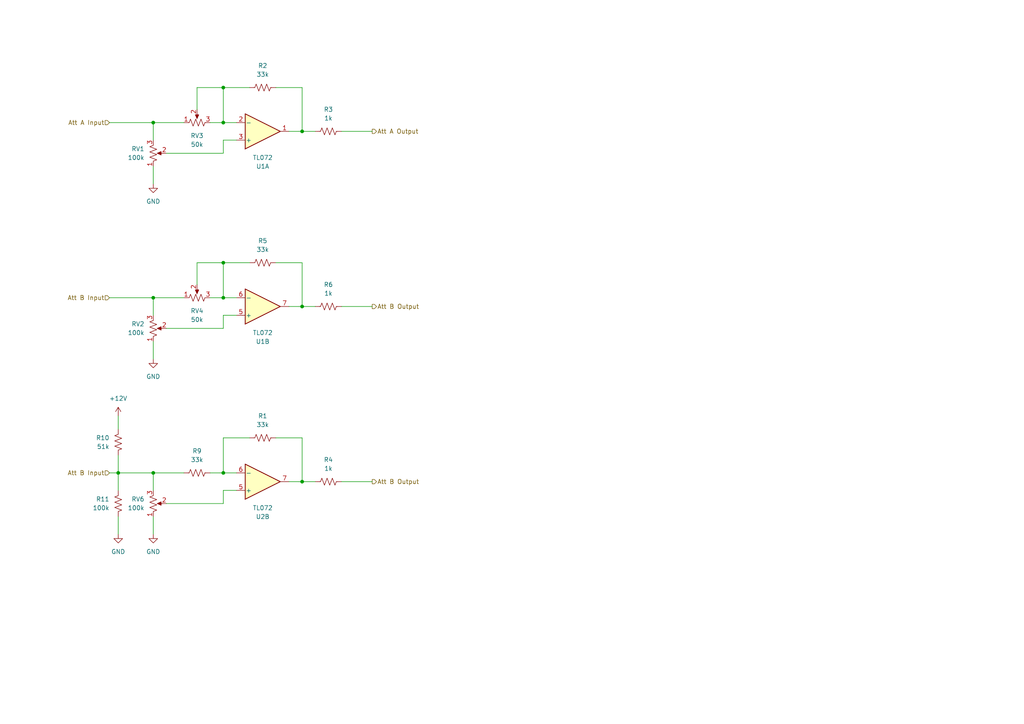
<source format=kicad_sch>
(kicad_sch (version 20231120) (generator "eeschema") (generator_version "8.0")
  (paper "A4")
  (title_block (company "DMH Instruments") (comment 1 "PCB for 5 cm Kosmo format synthesizer module"))
  (lib_symbols
    (symbol "Amplifier_Operational:TL072" (pin_names (offset 0.127))
      (property "Reference" "U" (at 0 5.08 0))
      (property "Value" "TL072" (at 0 -5.08 0))
      (symbol "TL072_1_1"
        (polyline (pts (xy -5.08 5.08) (xy 5.08 0) (xy -5.08 -5.08) (xy -5.08 5.08)) (stroke (width 0.254)) (fill (type background)))
        (pin output line (at 7.62 0 180) (length 2.54) (name "~") (number "1"))
        (pin input line (at -7.62 -2.54 0) (length 2.54) (name "-") (number "2"))
        (pin input line (at -7.62 2.54 0) (length 2.54) (name "+") (number "3"))
      )
      (symbol "TL072_2_1"
        (polyline (pts (xy -5.08 5.08) (xy 5.08 0) (xy -5.08 -5.08) (xy -5.08 5.08)) (stroke (width 0.254)) (fill (type background)))
        (pin input line (at -7.62 2.54 0) (length 2.54) (name "+") (number "5"))
        (pin input line (at -7.62 -2.54 0) (length 2.54) (name "-") (number "6"))
        (pin output line (at 7.62 0 180) (length 2.54) (name "~") (number "7"))
      )
      (symbol "TL072_3_1"
        (pin power_in line (at -2.54 -7.62 90) (length 3.81) (name "V-") (number "4"))
        (pin power_in line (at -2.54 7.62 270) (length 3.81) (name "V+") (number "8"))
      )
    )
    (symbol "Device:R_Potentiometer_US" (pin_names (offset 1.016) hide)
      (property "Reference" "RV" (at -4.445 0 90))
      (property "Value" "R_Potentiometer_US" (at -2.54 0 90))
      (symbol "R_Potentiometer_US_0_1"
        (polyline (pts (xy 0 -2.286) (xy 0 -2.54)))
        (polyline (pts (xy 0 2.54) (xy 0 2.286)))
        (polyline (pts (xy 2.54 0) (xy 1.524 0)))
        (polyline (pts (xy 1.143 0) (xy 2.286 0.508) (xy 2.286 -0.508) (xy 1.143 0)) (fill (type outline)))
        (polyline (pts (xy 0 -0.762) (xy 1.016 -1.143) (xy 0 -1.524) (xy -1.016 -1.905) (xy 0 -2.286)))
        (polyline (pts (xy 0 0.762) (xy 1.016 0.381) (xy 0 0) (xy -1.016 -0.381) (xy 0 -0.762)))
        (polyline (pts (xy 0 2.286) (xy 1.016 1.905) (xy 0 1.524) (xy -1.016 1.143) (xy 0 0.762)))
      )
      (symbol "R_Potentiometer_US_1_1"
        (pin passive line (at 0 3.81 270) (length 1.27) (name "1") (number "1"))
        (pin passive line (at 3.81 0 180) (length 1.27) (name "2") (number "2"))
        (pin passive line (at 0 -3.81 90) (length 1.27) (name "3") (number "3"))
      )
    )
    (symbol "Device:R_US" (pin_numbers hide) (pin_names (offset 0))
      (property "Reference" "R" (at 2.54 0 90))
      (property "Value" "R_US" (at -2.54 0 90))
      (symbol "R_US_0_1"
        (polyline (pts (xy 0 -2.286) (xy 0 -2.54)))
        (polyline (pts (xy 0 2.286) (xy 0 2.54)))
        (polyline (pts (xy 0 -0.762) (xy 1.016 -1.143) (xy 0 -1.524) (xy -1.016 -1.905) (xy 0 -2.286)))
        (polyline (pts (xy 0 0.762) (xy 1.016 0.381) (xy 0 0) (xy -1.016 -0.381) (xy 0 -0.762)))
        (polyline (pts (xy 0 2.286) (xy 1.016 1.905) (xy 0 1.524) (xy -1.016 1.143) (xy 0 0.762)))
      )
      (symbol "R_US_1_1"
        (pin passive line (at 0 3.81 270) (length 1.27) (name "~") (number "1"))
        (pin passive line (at 0 -3.81 90) (length 1.27) (name "~") (number "2"))
      )
    )
    (symbol "power:+12V" (power) (pin_numbers hide) (pin_names (offset 0) hide)
      (property "Value" "+12V" (at 0 3.556 0))
      (symbol "+12V_0_1"
        (polyline (pts (xy -0.762 1.27) (xy 0 2.54)))
        (polyline (pts (xy 0 0) (xy 0 2.54)))
        (polyline (pts (xy 0 2.54) (xy 0.762 1.27)))
      )
      (symbol "+12V_1_1"
        (pin power_in line (at 0 0 90) (length 0) (name "~") (number "1"))
      )
    )
    (symbol "power:GND" (power) (pin_numbers hide) (pin_names (offset 0) hide)
      (property "Value" "GND" (at 0 -3.81 0))
      (symbol "GND_0_1"
        (polyline (pts (xy 0 0) (xy 0 -1.27) (xy 1.27 -1.27) (xy 0 -2.54) (xy -1.27 -1.27) (xy 0 -1.27)))
      )
      (symbol "GND_1_1"
        (pin power_in line (at 0 0 270) (length 0) (name "~") (number "1"))
      )
    )
  )
  (junction (at 64.77 25.4))
  (junction (at 64.77 35.56))
  (junction (at 64.77 86.36))
  (junction (at 87.63 88.9))
  (junction (at 87.63 38.1))
  (junction (at 64.77 137.16))
  (junction (at 34.29 137.16))
  (junction (at 64.77 76.2))
  (junction (at 44.45 137.16))
  (junction (at 44.45 35.56))
  (junction (at 87.63 139.7))
  (junction (at 44.45 86.36))
  (wire (pts (xy 64.77 127) (xy 64.77 137.16)))
  (wire (pts (xy 31.75 137.16) (xy 34.29 137.16)))
  (wire (pts (xy 60.96 86.36) (xy 64.77 86.36)))
  (wire (pts (xy 34.29 149.86) (xy 34.29 154.94)))
  (wire (pts (xy 44.45 149.86) (xy 44.45 154.94)))
  (wire (pts (xy 87.63 88.9) (xy 91.44 88.9)))
  (wire (pts (xy 44.45 137.16) (xy 53.34 137.16)))
  (wire (pts (xy 80.01 76.2) (xy 87.63 76.2)))
  (wire (pts (xy 60.96 137.16) (xy 64.77 137.16)))
  (wire (pts (xy 64.77 91.44) (xy 68.58 91.44)))
  (wire (pts (xy 87.63 139.7) (xy 91.44 139.7)))
  (wire (pts (xy 99.06 139.7) (xy 107.95 139.7)))
  (wire (pts (xy 31.75 35.56) (xy 44.45 35.56)))
  (wire (pts (xy 87.63 38.1) (xy 83.82 38.1)))
  (wire (pts (xy 44.45 35.56) (xy 53.34 35.56)))
  (wire (pts (xy 99.06 88.9) (xy 107.95 88.9)))
  (wire (pts (xy 72.39 76.2) (xy 64.77 76.2)))
  (wire (pts (xy 87.63 25.4) (xy 87.63 38.1)))
  (wire (pts (xy 57.15 76.2) (xy 64.77 76.2)))
  (wire (pts (xy 64.77 95.25) (xy 64.77 91.44)))
  (wire (pts (xy 64.77 86.36) (xy 68.58 86.36)))
  (wire (pts (xy 44.45 86.36) (xy 53.34 86.36)))
  (wire (pts (xy 57.15 25.4) (xy 64.77 25.4)))
  (wire (pts (xy 34.29 137.16) (xy 44.45 137.16)))
  (wire (pts (xy 64.77 44.45) (xy 64.77 40.64)))
  (wire (pts (xy 44.45 48.26) (xy 44.45 53.34)))
  (wire (pts (xy 60.96 35.56) (xy 64.77 35.56)))
  (wire (pts (xy 64.77 40.64) (xy 68.58 40.64)))
  (wire (pts (xy 34.29 120.65) (xy 34.29 124.46)))
  (wire (pts (xy 80.01 25.4) (xy 87.63 25.4)))
  (wire (pts (xy 48.26 95.25) (xy 64.77 95.25)))
  (wire (pts (xy 87.63 127) (xy 87.63 139.7)))
  (wire (pts (xy 72.39 127) (xy 64.77 127)))
  (wire (pts (xy 44.45 142.24) (xy 44.45 137.16)))
  (wire (pts (xy 87.63 76.2) (xy 87.63 88.9)))
  (wire (pts (xy 64.77 142.24) (xy 68.58 142.24)))
  (wire (pts (xy 99.06 38.1) (xy 107.95 38.1)))
  (wire (pts (xy 64.77 25.4) (xy 64.77 35.56)))
  (wire (pts (xy 57.15 82.55) (xy 57.15 76.2)))
  (wire (pts (xy 87.63 88.9) (xy 83.82 88.9)))
  (wire (pts (xy 57.15 31.75) (xy 57.15 25.4)))
  (wire (pts (xy 31.75 86.36) (xy 44.45 86.36)))
  (wire (pts (xy 48.26 44.45) (xy 64.77 44.45)))
  (wire (pts (xy 72.39 25.4) (xy 64.77 25.4)))
  (wire (pts (xy 80.01 127) (xy 87.63 127)))
  (wire (pts (xy 44.45 40.64) (xy 44.45 35.56)))
  (wire (pts (xy 34.29 137.16) (xy 34.29 142.24)))
  (wire (pts (xy 87.63 139.7) (xy 83.82 139.7)))
  (wire (pts (xy 64.77 76.2) (xy 64.77 86.36)))
  (wire (pts (xy 64.77 35.56) (xy 68.58 35.56)))
  (wire (pts (xy 87.63 38.1) (xy 91.44 38.1)))
  (wire (pts (xy 64.77 137.16) (xy 68.58 137.16)))
  (wire (pts (xy 48.26 146.05) (xy 64.77 146.05)))
  (wire (pts (xy 44.45 99.06) (xy 44.45 104.14)))
  (wire (pts (xy 64.77 146.05) (xy 64.77 142.24)))
  (wire (pts (xy 34.29 132.08) (xy 34.29 137.16)))
  (wire (pts (xy 44.45 91.44) (xy 44.45 86.36)))
  (hierarchical_label "Att A Input" (shape input) (at 31.75 35.56 180))
  (hierarchical_label "Att B Output" (shape output) (at 107.95 88.9 0))
  (hierarchical_label "Att B Input" (shape input) (at 31.75 86.36 180))
  (hierarchical_label "Att B Output" (shape output) (at 107.95 139.7 0))
  (hierarchical_label "Att A Output" (shape output) (at 107.95 38.1 0))
  (hierarchical_label "Att B Input" (shape input) (at 31.75 137.16 180))
  (symbol (lib_id "Device:R_Potentiometer_US") (at 44.45 146.05 0) (mirror x) (unit 1)
    (property "Reference" "RV6" (at 41.91 144.7799 0) (effects (justify right)))
    (property "Value" "100k" (at 41.91 147.3199 0) (effects (justify right)))
    (property "Footprint" "SynthStuff:Potentiometer_TT_P110KH1" (effects (hide yes)))
    (property "Description" "Potentiometer, US symbol" (effects (hide yes)))
  )
  (symbol (lib_id "power:+12V") (at 34.29 120.65 0) (unit 1)
    (property "Reference" "#PWR010" (effects (hide yes)))
    (property "Value" "+12V" (at 34.29 115.57 0))
    (property "Description" "Power symbol creates a global label with name \"+12V\"" (effects (hide yes)))
  )
  (symbol (lib_id "Device:R_US") (at 34.29 146.05 0) (mirror y) (unit 1)
    (property "Reference" "R11" (at 31.75 144.7799 0) (effects (justify left)))
    (property "Value" "100k" (at 31.75 147.3199 0) (effects (justify left)))
    (property "Footprint" "Resistor_THT:R_Axial_DIN0207_L6.3mm_D2.5mm_P7.62mm_Horizontal" (effects (hide yes)))
    (property "Description" "Resistor, US symbol" (effects (hide yes)))
  )
  (symbol (lib_id "power:GND") (at 44.45 104.14 0) (unit 1)
    (property "Reference" "#PWR02" (effects (hide yes)))
    (property "Value" "GND" (at 44.45 109.22 0))
    (property "Description" "Power symbol creates a global label with name \"GND\" , ground" (effects (hide yes)))
  )
  (symbol (lib_id "Device:R_Potentiometer_US") (at 57.15 86.36 90) (unit 1)
    (property "Reference" "RV4" (at 57.15 90.17 90))
    (property "Value" "50k" (at 57.15 92.71 90))
    (property "Footprint" "Potentiometer_THT:Potentiometer_Bourns_3296W_Vertical" (effects (hide yes)))
    (property "Description" "Potentiometer, US symbol" (effects (hide yes)))
  )
  (symbol (lib_id "Device:R_Potentiometer_US") (at 57.15 35.56 90) (unit 1)
    (property "Reference" "RV3" (at 57.15 39.37 90))
    (property "Value" "50k" (at 57.15 41.91 90))
    (property "Footprint" "Potentiometer_THT:Potentiometer_Bourns_3296W_Vertical" (effects (hide yes)))
    (property "Description" "Potentiometer, US symbol" (effects (hide yes)))
  )
  (symbol (lib_id "Amplifier_Operational:TL072") (at 76.2 139.7 0) (mirror x) (unit 2)
    (property "Reference" "U2" (at 76.2 149.86 0))
    (property "Value" "TL072" (at 76.2 147.32 0))
    (property "Footprint" "Package_DIP:DIP-8_W7.62mm_Socket" (effects (hide yes)))
    (property "Datasheet" "http://www.ti.com/lit/ds/symlink/tl071.pdf" (effects (hide yes)))
    (property "Description" "Dual Low-Noise JFET-Input Operational Amplifiers, DIP-8/SOIC-8" (effects (hide yes)))
  )
  (symbol (lib_id "Amplifier_Operational:TL072") (at 76.2 38.1 0) (mirror x) (unit 1)
    (property "Reference" "U1" (at 76.2 48.26 0))
    (property "Value" "TL072" (at 76.2 45.72 0))
    (property "Footprint" "Package_DIP:DIP-8_W7.62mm_Socket" (effects (hide yes)))
    (property "Datasheet" "http://www.ti.com/lit/ds/symlink/tl071.pdf" (effects (hide yes)))
    (property "Description" "Dual Low-Noise JFET-Input Operational Amplifiers, DIP-8/SOIC-8" (effects (hide yes)))
  )
  (symbol (lib_id "Device:R_Potentiometer_US") (at 44.45 44.45 0) (mirror x) (unit 1)
    (property "Reference" "RV1" (at 41.91 43.1799 0) (effects (justify right)))
    (property "Value" "100k" (at 41.91 45.7199 0) (effects (justify right)))
    (property "Footprint" "SynthStuff:Potentiometer_TT_P110KH1" (effects (hide yes)))
    (property "Description" "Potentiometer, US symbol" (effects (hide yes)))
  )
  (symbol (lib_id "Device:R_US") (at 95.25 38.1 90) (unit 1)
    (property "Reference" "R3" (at 95.25 31.75 90))
    (property "Value" "1k" (at 95.25 34.29 90))
    (property "Footprint" "Resistor_THT:R_Axial_DIN0207_L6.3mm_D2.5mm_P7.62mm_Horizontal" (effects (hide yes)))
    (property "Description" "Resistor, US symbol" (effects (hide yes)))
  )
  (symbol (lib_id "power:GND") (at 44.45 53.34 0) (unit 1)
    (property "Reference" "#PWR01" (effects (hide yes)))
    (property "Value" "GND" (at 44.45 58.42 0))
    (property "Description" "Power symbol creates a global label with name \"GND\" , ground" (effects (hide yes)))
  )
  (symbol (lib_id "power:GND") (at 44.45 154.94 0) (unit 1)
    (property "Reference" "#PWR09" (effects (hide yes)))
    (property "Value" "GND" (at 44.45 160.02 0))
    (property "Description" "Power symbol creates a global label with name \"GND\" , ground" (effects (hide yes)))
  )
  (symbol (lib_id "power:GND") (at 34.29 154.94 0) (unit 1)
    (property "Reference" "#PWR011" (effects (hide yes)))
    (property "Value" "GND" (at 34.29 160.02 0))
    (property "Description" "Power symbol creates a global label with name \"GND\" , ground" (effects (hide yes)))
  )
  (symbol (lib_id "Device:R_US") (at 95.25 139.7 90) (unit 1)
    (property "Reference" "R4" (at 95.25 133.35 90))
    (property "Value" "1k" (at 95.25 135.89 90))
    (property "Footprint" "Resistor_THT:R_Axial_DIN0207_L6.3mm_D2.5mm_P7.62mm_Horizontal" (effects (hide yes)))
    (property "Description" "Resistor, US symbol" (effects (hide yes)))
  )
  (symbol (lib_id "Device:R_Potentiometer_US") (at 44.45 95.25 0) (mirror x) (unit 1)
    (property "Reference" "RV2" (at 41.91 93.9799 0) (effects (justify right)))
    (property "Value" "100k" (at 41.91 96.5199 0) (effects (justify right)))
    (property "Footprint" "SynthStuff:Potentiometer_TT_P110KH1" (effects (hide yes)))
    (property "Description" "Potentiometer, US symbol" (effects (hide yes)))
  )
  (symbol (lib_id "Device:R_US") (at 34.29 128.27 0) (mirror y) (unit 1)
    (property "Reference" "R10" (at 31.75 126.9999 0) (effects (justify left)))
    (property "Value" "51k" (at 31.75 129.5399 0) (effects (justify left)))
    (property "Footprint" "Resistor_THT:R_Axial_DIN0207_L6.3mm_D2.5mm_P7.62mm_Horizontal" (effects (hide yes)))
    (property "Description" "Resistor, US symbol" (effects (hide yes)))
  )
  (symbol (lib_id "Amplifier_Operational:TL072") (at 76.2 88.9 0) (mirror x) (unit 2)
    (property "Reference" "U1" (at 76.2 99.06 0))
    (property "Value" "TL072" (at 76.2 96.52 0))
    (property "Footprint" "Package_DIP:DIP-8_W7.62mm_Socket" (effects (hide yes)))
    (property "Datasheet" "http://www.ti.com/lit/ds/symlink/tl071.pdf" (effects (hide yes)))
    (property "Description" "Dual Low-Noise JFET-Input Operational Amplifiers, DIP-8/SOIC-8" (effects (hide yes)))
  )
  (symbol (lib_id "Device:R_US") (at 76.2 76.2 90) (unit 1)
    (property "Reference" "R5" (at 76.2 69.85 90))
    (property "Value" "33k" (at 76.2 72.39 90))
    (property "Footprint" "Resistor_THT:R_Axial_DIN0207_L6.3mm_D2.5mm_P7.62mm_Horizontal" (effects (hide yes)))
    (property "Description" "Resistor, US symbol" (effects (hide yes)))
  )
  (symbol (lib_id "Device:R_US") (at 95.25 88.9 90) (unit 1)
    (property "Reference" "R6" (at 95.25 82.55 90))
    (property "Value" "1k" (at 95.25 85.09 90))
    (property "Footprint" "Resistor_THT:R_Axial_DIN0207_L6.3mm_D2.5mm_P7.62mm_Horizontal" (effects (hide yes)))
    (property "Description" "Resistor, US symbol" (effects (hide yes)))
  )
  (symbol (lib_id "Device:R_US") (at 76.2 25.4 90) (unit 1)
    (property "Reference" "R2" (at 76.2 19.05 90))
    (property "Value" "33k" (at 76.2 21.59 90))
    (property "Footprint" "Resistor_THT:R_Axial_DIN0207_L6.3mm_D2.5mm_P7.62mm_Horizontal" (effects (hide yes)))
    (property "Description" "Resistor, US symbol" (effects (hide yes)))
  )
  (symbol (lib_id "Device:R_US") (at 76.2 127 90) (unit 1)
    (property "Reference" "R1" (at 76.2 120.65 90))
    (property "Value" "33k" (at 76.2 123.19 90))
    (property "Footprint" "Resistor_THT:R_Axial_DIN0207_L6.3mm_D2.5mm_P7.62mm_Horizontal" (effects (hide yes)))
    (property "Description" "Resistor, US symbol" (effects (hide yes)))
  )
  (symbol (lib_id "Device:R_US") (at 57.15 137.16 90) (unit 1)
    (property "Reference" "R9" (at 57.15 130.81 90))
    (property "Value" "33k" (at 57.15 133.35 90))
    (property "Footprint" "Resistor_THT:R_Axial_DIN0207_L6.3mm_D2.5mm_P7.62mm_Horizontal" (effects (hide yes)))
    (property "Description" "Resistor, US symbol" (effects (hide yes)))
  )
)
</source>
